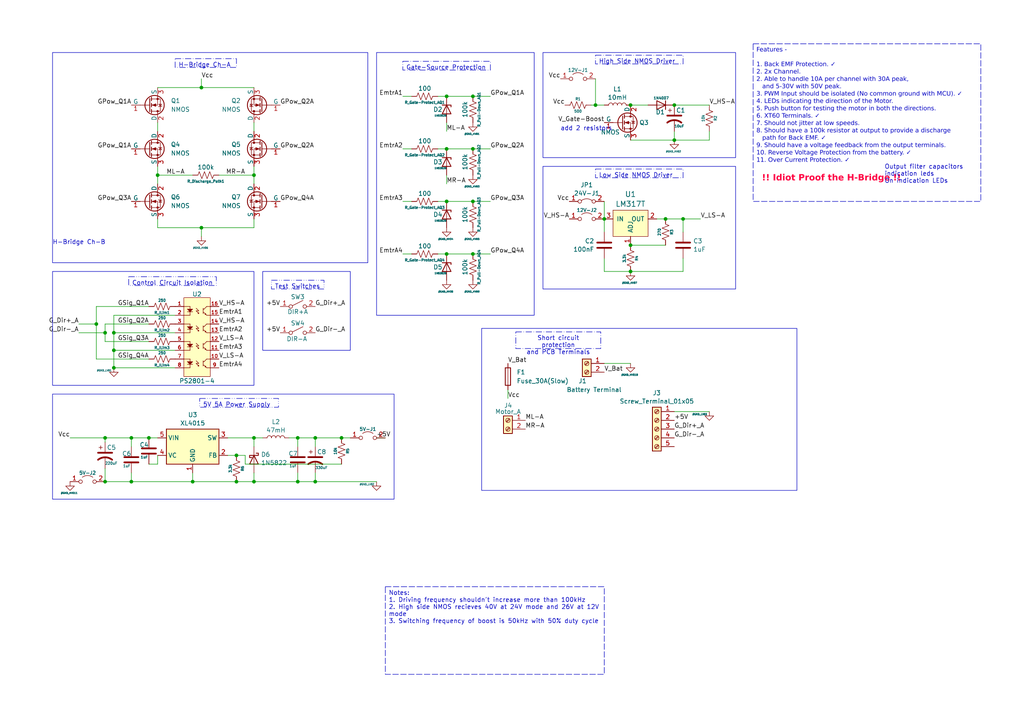
<source format=kicad_sch>
(kicad_sch (version 20230121) (generator eeschema)
  (paper "A4")
  (title_block (title "RM_Motor-Driver") (date "2023-06-29") (rev "V1") (company "RoboManipal"))
  (lib_symbols
    (symbol "Connector:Screw_Terminal_01x02" (pin_names (offset 1.016) hide)
      (property "Reference" "J" (at 0 2.54 0))
      (property "Value" "Screw_Terminal_01x02" (at 0 -5.08 0))
      (symbol "Screw_Terminal_01x02_1_1"
        (rectangle (start -1.27 1.27) (end 1.27 -3.81) (stroke (width 0.254)) (fill (type background)))
        (circle (center 0 -2.54) (radius 0.635) (stroke (width 0.1524)))
        (polyline (pts (xy -0.5334 -2.2098) (xy 0.3302 -3.048)) (stroke (width 0.1524)))
        (polyline (pts (xy -0.5334 0.3302) (xy 0.3302 -0.508)) (stroke (width 0.1524)))
        (polyline (pts (xy -0.3556 -2.032) (xy 0.508 -2.8702)) (stroke (width 0.1524)))
        (polyline (pts (xy -0.3556 0.508) (xy 0.508 -0.3302)) (stroke (width 0.1524)))
        (circle (center 0 0) (radius 0.635) (stroke (width 0.1524)))
        (pin passive line (at -5.08 0 0) (length 3.81) (name "Pin_1") (number "1"))
        (pin passive line (at -5.08 -2.54 0) (length 3.81) (name "Pin_2") (number "2"))
      )
    )
    (symbol "Connector:Screw_Terminal_01x05" (pin_names (offset 1.016) hide)
      (property "Reference" "J" (at 0 7.62 0))
      (property "Value" "Screw_Terminal_01x05" (at 0 -7.62 0))
      (symbol "Screw_Terminal_01x05_1_1"
        (rectangle (start -1.27 6.35) (end 1.27 -6.35) (stroke (width 0.254)) (fill (type background)))
        (circle (center 0 -5.08) (radius 0.635) (stroke (width 0.1524)))
        (circle (center 0 -2.54) (radius 0.635) (stroke (width 0.1524)))
        (polyline (pts (xy -0.5334 -4.7498) (xy 0.3302 -5.588)) (stroke (width 0.1524)))
        (polyline (pts (xy -0.5334 -2.2098) (xy 0.3302 -3.048)) (stroke (width 0.1524)))
        (polyline (pts (xy -0.5334 0.3302) (xy 0.3302 -0.508)) (stroke (width 0.1524)))
        (polyline (pts (xy -0.5334 2.8702) (xy 0.3302 2.032)) (stroke (width 0.1524)))
        (polyline (pts (xy -0.5334 5.4102) (xy 0.3302 4.572)) (stroke (width 0.1524)))
        (polyline (pts (xy -0.3556 -4.572) (xy 0.508 -5.4102)) (stroke (width 0.1524)))
        (polyline (pts (xy -0.3556 -2.032) (xy 0.508 -2.8702)) (stroke (width 0.1524)))
        (polyline (pts (xy -0.3556 0.508) (xy 0.508 -0.3302)) (stroke (width 0.1524)))
        (polyline (pts (xy -0.3556 3.048) (xy 0.508 2.2098)) (stroke (width 0.1524)))
        (polyline (pts (xy -0.3556 5.588) (xy 0.508 4.7498)) (stroke (width 0.1524)))
        (circle (center 0 0) (radius 0.635) (stroke (width 0.1524)))
        (circle (center 0 2.54) (radius 0.635) (stroke (width 0.1524)))
        (circle (center 0 5.08) (radius 0.635) (stroke (width 0.1524)))
        (pin passive line (at -5.08 5.08 0) (length 3.81) (name "Pin_1") (number "1"))
        (pin passive line (at -5.08 2.54 0) (length 3.81) (name "Pin_2") (number "2"))
        (pin passive line (at -5.08 0 0) (length 3.81) (name "Pin_3") (number "3"))
        (pin passive line (at -5.08 -2.54 0) (length 3.81) (name "Pin_4") (number "4"))
        (pin passive line (at -5.08 -5.08 0) (length 3.81) (name "Pin_5") (number "5"))
      )
    )
    (symbol "Device:C" (pin_numbers hide) (pin_names (offset 0.254))
      (property "Reference" "C" (at 0.635 2.54 0))
      (property "Value" "C" (at 0.635 -2.54 0))
      (symbol "C_0_1"
        (polyline (pts (xy -2.032 -0.762) (xy 2.032 -0.762)) (stroke (width 0.508)))
        (polyline (pts (xy -2.032 0.762) (xy 2.032 0.762)) (stroke (width 0.508)))
      )
      (symbol "C_1_1"
        (pin passive line (at 0 3.81 270) (length 2.794) (name "~") (number "1"))
        (pin passive line (at 0 -3.81 90) (length 2.794) (name "~") (number "2"))
      )
    )
    (symbol "Device:C_Polarized_US" (pin_numbers hide) (pin_names (offset 0.254) hide)
      (property "Reference" "C" (at 0.635 2.54 0))
      (property "Value" "C_Polarized_US" (at 0.635 -2.54 0))
      (symbol "C_Polarized_US_0_1"
        (polyline (pts (xy -2.032 0.762) (xy 2.032 0.762)) (stroke (width 0.508)))
        (polyline (pts (xy -1.778 2.286) (xy -0.762 2.286)))
        (polyline (pts (xy -1.27 1.778) (xy -1.27 2.794)))
        (arc (start 2.032 -1.27) (mid 0 -0.5572) (end -2.032 -1.27) (stroke (width 0.508)))
      )
      (symbol "C_Polarized_US_1_1"
        (pin passive line (at 0 3.81 270) (length 2.794) (name "~") (number "1"))
        (pin passive line (at 0 -3.81 90) (length 3.302) (name "~") (number "2"))
      )
    )
    (symbol "Device:D_Zener" (pin_numbers hide) (pin_names (offset 1.016) hide)
      (property "Reference" "D" (at 0 2.54 0))
      (property "Value" "D_Zener" (at 0 -2.54 0))
      (symbol "D_Zener_0_1"
        (polyline (pts (xy 1.27 0) (xy -1.27 0)))
        (polyline (pts (xy -1.27 -1.27) (xy -1.27 1.27) (xy -0.762 1.27)) (stroke (width 0.254)))
        (polyline (pts (xy 1.27 -1.27) (xy 1.27 1.27) (xy -1.27 0) (xy 1.27 -1.27)) (stroke (width 0.254)))
      )
      (symbol "D_Zener_1_1"
        (pin passive line (at -3.81 0 0) (length 2.54) (name "K") (number "1"))
        (pin passive line (at 3.81 0 180) (length 2.54) (name "A") (number "2"))
      )
    )
    (symbol "Device:Fuse" (pin_numbers hide) (pin_names (offset 0))
      (property "Reference" "F" (at 2.032 0 90))
      (property "Value" "Fuse" (at -1.905 0 90))
      (symbol "Fuse_0_1"
        (rectangle (start -0.762 -2.54) (end 0.762 2.54) (stroke (width 0.254)))
        (polyline (pts (xy 0 2.54) (xy 0 -2.54)))
      )
      (symbol "Fuse_1_1"
        (pin passive line (at 0 3.81 270) (length 1.27) (name "~") (number "1"))
        (pin passive line (at 0 -3.81 90) (length 1.27) (name "~") (number "2"))
      )
    )
    (symbol "Device:L" (pin_numbers hide) (pin_names (offset 1.016) hide)
      (property "Reference" "L" (at -1.27 0 90))
      (property "Value" "L" (at 1.905 0 90))
      (symbol "L_0_1"
        (arc (start 0 -2.54) (mid 0.6323 -1.905) (end 0 -1.27))
        (arc (start 0 -1.27) (mid 0.6323 -0.635) (end 0 0))
        (arc (start 0 0) (mid 0.6323 0.635) (end 0 1.27))
        (arc (start 0 1.27) (mid 0.6323 1.905) (end 0 2.54))
      )
      (symbol "L_1_1"
        (pin passive line (at 0 3.81 270) (length 1.27) (name "1") (number "1"))
        (pin passive line (at 0 -3.81 90) (length 1.27) (name "2") (number "2"))
      )
    )
    (symbol "Device:R_US" (pin_numbers hide) (pin_names (offset 0))
      (property "Reference" "R" (at 2.54 0 90))
      (property "Value" "R_US" (at -2.54 0 90))
      (symbol "R_US_0_1"
        (polyline (pts (xy 0 -2.286) (xy 0 -2.54)))
        (polyline (pts (xy 0 2.286) (xy 0 2.54)))
        (polyline (pts (xy 0 -0.762) (xy 1.016 -1.143) (xy 0 -1.524) (xy -1.016 -1.905) (xy 0 -2.286)))
        (polyline (pts (xy 0 0.762) (xy 1.016 0.381) (xy 0 0) (xy -1.016 -0.381) (xy 0 -0.762)))
        (polyline (pts (xy 0 2.286) (xy 1.016 1.905) (xy 0 1.524) (xy -1.016 1.143) (xy 0 0.762)))
      )
      (symbol "R_US_1_1"
        (pin passive line (at 0 3.81 270) (length 1.27) (name "~") (number "1"))
        (pin passive line (at 0 -3.81 90) (length 1.27) (name "~") (number "2"))
      )
    )
    (symbol "Diode:1N4007" (pin_numbers hide) (pin_names hide)
      (property "Reference" "D" (at 0 2.54 0))
      (property "Value" "1N4007" (at 0 -2.54 0))
      (symbol "1N4007_0_1"
        (polyline (pts (xy -1.27 1.27) (xy -1.27 -1.27)) (stroke (width 0.254)))
        (polyline (pts (xy 1.27 0) (xy -1.27 0)))
        (polyline (pts (xy 1.27 1.27) (xy 1.27 -1.27) (xy -1.27 0) (xy 1.27 1.27)) (stroke (width 0.254)))
      )
      (symbol "1N4007_1_1"
        (pin passive line (at -3.81 0 0) (length 2.54) (name "K") (number "1"))
        (pin passive line (at 3.81 0 180) (length 2.54) (name "A") (number "2"))
      )
    )
    (symbol "Diode:1N5822" (pin_numbers hide) (pin_names (offset 1.016) hide)
      (property "Reference" "D" (at 0 2.54 0))
      (property "Value" "1N5822" (at 0 -2.54 0))
      (symbol "1N5822_0_1"
        (polyline (pts (xy 1.27 0) (xy -1.27 0)))
        (polyline (pts (xy 1.27 1.27) (xy 1.27 -1.27) (xy -1.27 0) (xy 1.27 1.27)) (stroke (width 0.254)))
        (polyline (pts (xy -1.905 0.635) (xy -1.905 1.27) (xy -1.27 1.27) (xy -1.27 -1.27) (xy -0.635 -1.27) (xy -0.635 -0.635)) (stroke (width 0.254)))
      )
      (symbol "1N5822_1_1"
        (pin passive line (at -3.81 0 0) (length 2.54) (name "K") (number "1"))
        (pin passive line (at 3.81 0 180) (length 2.54) (name "A") (number "2"))
      )
    )
    (symbol "Jumper:Jumper_2_Bridged" (pin_names (offset 0) hide)
      (property "Reference" "JP" (at 0 1.905 0))
      (property "Value" "Jumper_2_Bridged" (at 0 -2.54 0))
      (symbol "Jumper_2_Bridged_0_0"
        (circle (center -2.032 0) (radius 0.508))
        (circle (center 2.032 0) (radius 0.508))
      )
      (symbol "Jumper_2_Bridged_0_1"
        (arc (start 1.524 0.254) (mid 0 0.762) (end -1.524 0.254))
      )
      (symbol "Jumper_2_Bridged_1_1"
        (pin passive line (at -5.08 0 0) (length 2.54) (name "A") (number "1"))
        (pin passive line (at 5.08 0 180) (length 2.54) (name "B") (number "2"))
      )
    )
    (symbol "Jumper:Jumper_2_Open" (pin_names (offset 0) hide)
      (property "Reference" "JP" (at 0 2.794 0))
      (property "Value" "Jumper_2_Open" (at 0 -2.286 0))
      (symbol "Jumper_2_Open_0_0"
        (circle (center -2.032 0) (radius 0.508))
        (circle (center 2.032 0) (radius 0.508))
      )
      (symbol "Jumper_2_Open_0_1"
        (arc (start 1.524 1.27) (mid 0 1.778) (end -1.524 1.27))
      )
      (symbol "Jumper_2_Open_1_1"
        (pin passive line (at -5.08 0 0) (length 2.54) (name "A") (number "1"))
        (pin passive line (at 5.08 0 180) (length 2.54) (name "B") (number "2"))
      )
    )
    (symbol "Regulator_Switching:XL4015"
      (property "Reference" "U?" (at -6.35 6.35 0))
      (property "Value" "XL4015" (at 6.35 6.35 0))
      (symbol "XL4015_0_1"
        (rectangle (start -7.62 5.08) (end 7.62 -5.08) (stroke (width 0.254)) (fill (type background)))
      )
      (symbol "XL4015_1_1"
        (pin power_in line (at 0 -7.62 90) (length 2.54) (name "GND") (number "1"))
        (pin input line (at 10.16 -2.54 180) (length 2.54) (name "FB") (number "2"))
        (pin power_out line (at 10.16 2.54 180) (length 2.54) (name "SW") (number "3"))
        (pin input line (at -10.16 -2.54 0) (length 2.54) (name "VC") (number "4"))
        (pin power_in line (at -10.16 2.54 0) (length 2.54) (name "VIN") (number "5"))
      )
    )
    (symbol "Switch:SW_SPST" (pin_names (offset 0) hide)
      (property "Reference" "SW" (at 0 3.175 0))
      (property "Value" "SW_SPST" (at 0 -2.54 0))
      (symbol "SW_SPST_0_0"
        (circle (center -2.032 0) (radius 0.508))
        (polyline (pts (xy -1.524 0.254) (xy 1.524 1.778)))
        (circle (center 2.032 0) (radius 0.508))
      )
      (symbol "SW_SPST_1_1"
        (pin passive line (at -5.08 0 0) (length 2.54) (name "A") (number "1"))
        (pin passive line (at 5.08 0 180) (length 2.54) (name "B") (number "2"))
      )
    )
    (symbol "Tesla_Lib:NMOS" (pin_names (offset 0))
      (property "Reference" "Q" (at -2.54 5.08 0))
      (property "Value" "NMOS" (at 1.27 0 0))
      (symbol "NMOS_0_1"
        (circle (center -0.889 0) (radius 2.794) (stroke (width 0.254)))
        (circle (center 0 -1.778) (radius 0.254) (fill (type outline)))
        (polyline (pts (xy -2.286 0) (xy -5.08 0)))
        (polyline (pts (xy -2.286 1.905) (xy -2.286 -1.905)) (stroke (width 0.254)))
        (polyline (pts (xy -1.778 -1.27) (xy -1.778 -2.286)) (stroke (width 0.254)))
        (polyline (pts (xy -1.778 0.508) (xy -1.778 -0.508)) (stroke (width 0.254)))
        (polyline (pts (xy -1.778 2.286) (xy -1.778 1.27)) (stroke (width 0.254)))
        (polyline (pts (xy 0 2.54) (xy 0 1.778)))
        (polyline (pts (xy 0 -2.54) (xy 0 0) (xy -1.778 0)))
        (polyline (pts (xy -1.778 -1.778) (xy 0.762 -1.778) (xy 0.762 1.778) (xy -1.778 1.778)))
        (polyline (pts (xy -1.524 0) (xy -0.508 0.381) (xy -0.508 -0.381) (xy -1.524 0)) (fill (type outline)))
        (polyline (pts (xy 0.254 0.508) (xy 0.381 0.381) (xy 1.143 0.381) (xy 1.27 0.254)))
        (polyline (pts (xy 0.762 0.381) (xy 0.381 -0.254) (xy 1.143 -0.254) (xy 0.762 0.381)))
        (circle (center 0 1.778) (radius 0.254) (fill (type outline)))
      )
      (symbol "NMOS_1_1"
        (pin input line (at -7.62 0 0) (length 2.54) (name "G") (number "1"))
        (pin passive line (at 0 5.08 270) (length 2.54) (name "D") (number "2"))
        (pin passive line (at 0 -5.08 90) (length 2.54) (name "S") (number "3"))
      )
    )
    (symbol "Tesla_Lib:PS2801-4" (pin_names hide)
      (property "Reference" "U" (at 0 13.97 0))
      (property "Value" "PS2801-4" (at 0 -11.43 0))
      (symbol "PS2801-4_1_0"
        (polyline (pts (xy -3.81 -5.08) (xy -2.032 -5.08)))
        (polyline (pts (xy -3.81 0) (xy -2.032 0)))
        (polyline (pts (xy -3.81 5.08) (xy -2.032 5.08)))
        (polyline (pts (xy -3.81 10.16) (xy -2.032 10.16)))
        (polyline (pts (xy -2.032 -7.62) (xy -3.81 -7.62)))
        (polyline (pts (xy -2.032 -6.604) (xy -2.794 -6.604)))
        (polyline (pts (xy -2.032 -6.604) (xy -2.032 -7.62)))
        (polyline (pts (xy -2.032 -5.08) (xy -2.032 -5.842)))
        (polyline (pts (xy -2.032 -2.54) (xy -3.81 -2.54)))
        (polyline (pts (xy -2.032 -1.524) (xy -2.794 -1.524)))
        (polyline (pts (xy -2.032 -1.524) (xy -2.032 -2.54)))
        (polyline (pts (xy -2.032 0) (xy -2.032 -0.762)))
        (polyline (pts (xy -2.032 2.54) (xy -3.81 2.54)))
        (polyline (pts (xy -2.032 3.556) (xy -2.794 3.556)))
        (polyline (pts (xy -2.032 3.556) (xy -2.032 2.54)))
        (polyline (pts (xy -2.032 5.08) (xy -2.032 4.318)))
        (polyline (pts (xy -2.032 7.62) (xy -3.81 7.62)))
        (polyline (pts (xy -2.032 8.636) (xy -2.794 8.636)))
        (polyline (pts (xy -2.032 8.636) (xy -2.032 7.62)))
        (polyline (pts (xy -2.032 10.16) (xy -2.032 9.398)))
        (polyline (pts (xy -1.27 -6.604) (xy -2.032 -6.604)))
        (polyline (pts (xy -1.27 -1.524) (xy -2.032 -1.524)))
        (polyline (pts (xy -1.27 3.556) (xy -2.032 3.556)))
        (polyline (pts (xy -1.27 8.636) (xy -2.032 8.636)))
        (polyline (pts (xy -0.254 -6.35) (xy 0.508 -7.112)))
        (polyline (pts (xy -0.254 -5.588) (xy 0.508 -6.35)))
        (polyline (pts (xy -0.254 -1.27) (xy 0.508 -2.032)))
        (polyline (pts (xy -0.254 -0.508) (xy 0.508 -1.27)))
        (polyline (pts (xy -0.254 3.81) (xy 0.508 3.048)))
        (polyline (pts (xy -0.254 4.572) (xy 0.508 3.81)))
        (polyline (pts (xy -0.254 8.89) (xy 0.508 8.128)))
        (polyline (pts (xy -0.254 9.652) (xy 0.508 8.89)))
        (polyline (pts (xy 0.508 -6.35) (xy -0.254 -6.35)))
        (polyline (pts (xy 0.508 -1.27) (xy -0.254 -1.27)))
        (polyline (pts (xy 0.508 3.81) (xy -0.254 3.81)))
        (polyline (pts (xy 0.508 8.89) (xy -0.254 8.89)))
        (polyline (pts (xy 1.778 -6.858) (xy 1.778 -7.112)))
        (polyline (pts (xy 1.778 -6.858) (xy 2.032 -6.858)))
        (polyline (pts (xy 1.778 -5.842) (xy 1.778 -6.858)))
        (polyline (pts (xy 1.778 -5.842) (xy 2.032 -5.842)))
        (polyline (pts (xy 1.778 -5.588) (xy 1.778 -5.842)))
        (polyline (pts (xy 1.778 -1.778) (xy 1.778 -2.032)))
        (polyline (pts (xy 1.778 -1.778) (xy 2.032 -1.778)))
        (polyline (pts (xy 1.778 -0.762) (xy 1.778 -1.778)))
        (polyline (pts (xy 1.778 -0.762) (xy 2.032 -0.762)))
        (polyline (pts (xy 1.778 -0.508) (xy 1.778 -0.762)))
        (polyline (pts (xy 1.778 3.302) (xy 1.778 3.048)))
        (polyline (pts (xy 1.778 3.302) (xy 2.032 3.302)))
        (polyline (pts (xy 1.778 4.318) (xy 1.778 3.302)))
        (polyline (pts (xy 1.778 4.318) (xy 2.032 4.318)))
        (polyline (pts (xy 1.778 4.572) (xy 1.778 4.318)))
        (polyline (pts (xy 1.778 8.382) (xy 1.778 8.128)))
        (polyline (pts (xy 1.778 8.382) (xy 2.032 8.382)))
        (polyline (pts (xy 1.778 9.398) (xy 1.778 8.382)))
        (polyline (pts (xy 1.778 9.398) (xy 2.032 9.398)))
        (polyline (pts (xy 1.778 9.652) (xy 1.778 9.398)))
        (polyline (pts (xy 2.032 -6.858) (xy 2.54 -7.366)))
        (polyline (pts (xy 2.032 -5.842) (xy 2.794 -5.08)))
        (polyline (pts (xy 2.032 -1.778) (xy 2.54 -2.286)))
        (polyline (pts (xy 2.032 -0.762) (xy 2.794 0)))
        (polyline (pts (xy 2.032 3.302) (xy 2.54 2.794)))
        (polyline (pts (xy 2.032 4.318) (xy 2.794 5.08)))
        (polyline (pts (xy 2.032 8.382) (xy 2.54 7.874)))
        (polyline (pts (xy 2.032 9.398) (xy 2.794 10.16)))
        (polyline (pts (xy 2.54 -7.366) (xy 2.794 -7.62)))
        (polyline (pts (xy 2.54 -2.286) (xy 2.794 -2.54)))
        (polyline (pts (xy 2.54 2.794) (xy 2.794 2.54)))
        (polyline (pts (xy 2.54 7.874) (xy 2.794 7.62)))
        (polyline (pts (xy 2.794 -7.62) (xy 3.81 -7.62)))
        (polyline (pts (xy 2.794 -5.08) (xy 3.81 -5.08)))
        (polyline (pts (xy 2.794 -2.54) (xy 3.81 -2.54)))
        (polyline (pts (xy 2.794 0) (xy 3.81 0)))
        (polyline (pts (xy 2.794 2.54) (xy 3.81 2.54)))
        (polyline (pts (xy 2.794 5.08) (xy 3.81 5.08)))
        (polyline (pts (xy 2.794 7.62) (xy 3.81 7.62)))
        (polyline (pts (xy 2.794 10.16) (xy 3.81 10.16)))
      )
      (symbol "PS2801-4_1_1"
        (polyline (pts (xy 0.508 -7.112) (xy 0.508 -6.858) (xy 0.254 -7.112) (xy 0.508 -7.112)) (fill (type background)))
        (polyline (pts (xy 0.508 -2.032) (xy 0.508 -1.778) (xy 0.254 -2.032) (xy 0.508 -2.032)) (fill (type background)))
        (polyline (pts (xy 0.508 3.048) (xy 0.508 3.302) (xy 0.254 3.048) (xy 0.508 3.048)) (fill (type background)))
        (polyline (pts (xy 0.508 8.128) (xy 0.508 8.382) (xy 0.254 8.128) (xy 0.508 8.128)) (fill (type background)))
        (polyline (pts (xy 2.54 -7.366) (xy 2.54 -7.112) (xy 2.286 -7.366) (xy 2.54 -7.366)) (fill (type background)))
        (polyline (pts (xy 2.54 -2.286) (xy 2.54 -2.032) (xy 2.286 -2.286) (xy 2.54 -2.286)) (fill (type background)))
        (polyline (pts (xy 2.54 2.794) (xy 2.54 3.048) (xy 2.286 2.794) (xy 2.54 2.794)) (fill (type background)))
        (polyline (pts (xy 2.54 7.874) (xy 2.54 8.128) (xy 2.286 7.874) (xy 2.54 7.874)) (fill (type background)))
        (polyline (pts (xy -2.794 -5.842) (xy -1.27 -5.842) (xy -1.27 -5.842) (xy -2.032 -6.604) (xy -2.032 -6.604) (xy -2.794 -5.842)) (fill (type outline)))
        (polyline (pts (xy -2.794 -0.762) (xy -1.27 -0.762) (xy -1.27 -0.762) (xy -2.032 -1.524) (xy -2.032 -1.524) (xy -2.794 -0.762)) (fill (type outline)))
        (polyline (pts (xy -2.794 4.318) (xy -1.27 4.318) (xy -1.27 4.318) (xy -2.032 3.556) (xy -2.032 3.556) (xy -2.794 4.318)) (fill (type outline)))
        (polyline (pts (xy -2.794 9.398) (xy -1.27 9.398) (xy -1.27 9.398) (xy -2.032 8.636) (xy -2.032 8.636) (xy -2.794 9.398)) (fill (type outline)))
        (polyline (pts (xy -3.81 12.7) (xy 3.81 12.7) (xy 3.81 8.89) (xy 3.81 6.35) (xy 3.81 3.81) (xy 3.81 1.27) (xy 3.81 -10.16) (xy -3.81 -10.16) (xy -3.81 1.27) (xy -3.81 3.81) (xy -3.81 6.35) (xy -3.81 8.89) (xy -3.81 12.7)) (fill (type background)))
        (pin bidirectional line (at -6.35 10.16 0) (length 2.54) (name "A1") (number "1"))
        (pin bidirectional line (at 6.35 -5.08 180) (length 2.54) (name "CL4") (number "10"))
        (pin bidirectional line (at 6.35 -2.54 180) (length 2.54) (name "EM3") (number "11"))
        (pin bidirectional line (at 6.35 0 180) (length 2.54) (name "CL3") (number "12"))
        (pin bidirectional line (at 6.35 2.54 180) (length 2.54) (name "EM2") (number "13"))
        (pin bidirectional line (at 6.35 5.08 180) (length 2.54) (name "CL2") (number "14"))
        (pin bidirectional line (at 6.35 7.62 180) (length 2.54) (name "EM1") (number "15"))
        (pin bidirectional line (at 6.35 10.16 180) (length 2.54) (name "CL1") (number "16"))
        (pin bidirectional line (at -6.35 7.62 0) (length 2.54) (name "C1") (number "2"))
        (pin bidirectional line (at -6.35 5.08 0) (length 2.54) (name "A2") (number "3"))
        (pin bidirectional line (at -6.35 2.54 0) (length 2.54) (name "C2") (number "4"))
        (pin bidirectional line (at -6.35 0 0) (length 2.54) (name "A3") (number "5"))
        (pin bidirectional line (at -6.35 -2.54 0) (length 2.54) (name "C3") (number "6"))
        (pin bidirectional line (at -6.35 -5.08 0) (length 2.54) (name "A4") (number "7"))
        (pin bidirectional line (at -6.35 -7.62 0) (length 2.54) (name "C4") (number "8"))
        (pin bidirectional line (at 6.35 -7.62 180) (length 2.54) (name "EM4") (number "9"))
      )
    )
    (symbol "dk_PMIC-Voltage-Regulators-Linear:LM317T" (pin_names (offset 1.016))
      (property "Reference" "U" (at 0 3.81 0))
      (property "Value" "LM317T" (at 0 6.35 0))
      (symbol "LM317T_0_1"
        (rectangle (start -5.08 2.54) (end 5.08 -5.08) (fill (type background)))
      )
      (symbol "LM317T_1_1"
        (pin input line (at 0 -7.62 90) (length 2.54) (name "ADJ") (number "1"))
        (pin power_out line (at 7.62 0 180) (length 2.54) (name "OUT") (number "2"))
        (pin power_in line (at -7.62 0 0) (length 2.54) (name "IN") (number "3"))
      )
    )
    (symbol "power:GND" (power) (pin_names (offset 0))
      (property "Value" "GND" (at 0 -3.81 0))
      (symbol "GND_0_1"
        (polyline (pts (xy 0 0) (xy 0 -1.27) (xy 1.27 -1.27) (xy 0 -2.54) (xy -1.27 -1.27) (xy 0 -1.27)))
      )
      (symbol "GND_1_1"
        (pin power_in line (at 0 0 270) (length 0) hide (name "GND") (number "1"))
      )
    )
    (symbol "power:GND2" (power) (pin_names (offset 0))
      (property "Value" "GND2" (at 0 -3.81 0))
      (symbol "GND2_0_1"
        (polyline (pts (xy 0 0) (xy 0 -1.27) (xy 1.27 -1.27) (xy 0 -2.54) (xy -1.27 -1.27) (xy 0 -1.27)))
      )
      (symbol "GND2_1_1"
        (pin power_in line (at 0 0 270) (length 0) hide (name "GND2") (number "1"))
      )
    )
  )
  (junction (at 55.88 139.7))
  (junction (at 86.36 127))
  (junction (at 137.16 58.42))
  (junction (at 175.26 63.5))
  (junction (at 129.54 43.18))
  (junction (at 38.1 139.7))
  (junction (at 129.54 58.42))
  (junction (at 33.02 101.6))
  (junction (at 43.18 127))
  (junction (at 68.58 139.7))
  (junction (at 33.02 96.52))
  (junction (at 58.42 66.04))
  (junction (at 30.48 96.52))
  (junction (at 182.88 71.12))
  (junction (at 68.58 132.08))
  (junction (at 73.66 127))
  (junction (at 99.06 127))
  (junction (at 137.16 73.66))
  (junction (at 172.72 30.48))
  (junction (at 195.58 30.48))
  (junction (at 45.72 50.8))
  (junction (at 182.88 78.74))
  (junction (at 91.44 139.7))
  (junction (at 182.88 30.48))
  (junction (at 198.12 63.5))
  (junction (at 38.1 127))
  (junction (at 58.42 25.4))
  (junction (at 73.66 50.8))
  (junction (at 193.04 63.5))
  (junction (at 91.44 127))
  (junction (at 73.66 139.7))
  (junction (at 195.58 40.64))
  (junction (at 30.48 127))
  (junction (at 129.54 27.94))
  (junction (at 33.02 106.68))
  (junction (at 137.16 27.94))
  (junction (at 30.48 139.7))
  (junction (at 86.36 139.7))
  (junction (at 27.94 93.98))
  (junction (at 137.16 43.18))
  (junction (at 129.54 73.66))
  (wire (pts (xy 38.1 139.7) (xy 55.88 139.7)))
  (wire (pts (xy 73.66 137.16) (xy 73.66 139.7)))
  (wire (pts (xy 27.94 88.9) (xy 27.94 93.98)))
  (wire (pts (xy 172.72 22.86) (xy 172.72 30.48)))
  (wire (pts (xy 147.32 113.03) (xy 147.32 115.57)))
  (wire (pts (xy 137.16 73.66) (xy 142.24 73.66)))
  (wire (pts (xy 58.42 25.4) (xy 73.66 25.4)))
  (wire (pts (xy 33.02 101.6) (xy 33.02 106.68)))
  (wire (pts (xy 193.04 63.5) (xy 190.5 63.5)))
  (wire (pts (xy 129.54 43.18) (xy 137.16 43.18)))
  (wire (pts (xy 195.58 40.64) (xy 195.58 38.1)))
  (wire (pts (xy 30.48 127) (xy 38.1 127)))
  (wire (pts (xy 33.02 91.44) (xy 33.02 96.52)))
  (wire (pts (xy 116.84 43.18) (xy 119.38 43.18)))
  (wire (pts (xy 175.26 67.31) (xy 175.26 63.5)))
  (wire (pts (xy 175.26 78.74) (xy 175.26 74.93)))
  (wire (pts (xy 91.44 127) (xy 99.06 127)))
  (wire (pts (xy 55.88 137.16) (xy 55.88 139.7)))
  (wire (pts (xy 68.58 139.7) (xy 73.66 139.7)))
  (wire (pts (xy 38.1 127) (xy 43.18 127)))
  (wire (pts (xy 171.45 30.48) (xy 172.72 30.48)))
  (wire (pts (xy 129.54 35.56) (xy 129.54 38.1)))
  (wire (pts (xy 22.86 93.98) (xy 27.94 93.98)))
  (wire (pts (xy 33.02 96.52) (xy 33.02 101.6)))
  (wire (pts (xy 182.88 71.12) (xy 193.04 71.12)))
  (wire (pts (xy 58.42 66.04) (xy 58.42 68.58)))
  (wire (pts (xy 116.84 58.42) (xy 119.38 58.42)))
  (wire (pts (xy 33.02 106.68) (xy 50.8 106.68)))
  (wire (pts (xy 30.48 127) (xy 30.48 128.27)))
  (wire (pts (xy 203.2 63.5) (xy 198.12 63.5)))
  (wire (pts (xy 33.02 91.44) (xy 50.8 91.44)))
  (wire (pts (xy 195.58 40.64) (xy 205.74 40.64)))
  (wire (pts (xy 45.72 25.4) (xy 58.42 25.4)))
  (wire (pts (xy 175.26 105.41) (xy 182.88 105.41)))
  (wire (pts (xy 22.86 96.52) (xy 30.48 96.52)))
  (wire (pts (xy 175.26 78.74) (xy 182.88 78.74)))
  (wire (pts (xy 129.54 58.42) (xy 137.16 58.42)))
  (wire (pts (xy 20.32 127) (xy 30.48 127)))
  (wire (pts (xy 45.72 50.8) (xy 55.88 50.8)))
  (wire (pts (xy 33.02 96.52) (xy 50.8 96.52)))
  (wire (pts (xy 55.88 139.7) (xy 68.58 139.7)))
  (wire (pts (xy 30.48 139.7) (xy 38.1 139.7)))
  (wire (pts (xy 205.74 40.64) (xy 205.74 38.1)))
  (wire (pts (xy 30.48 96.52) (xy 30.48 93.98)))
  (wire (pts (xy 86.36 129.54) (xy 86.36 127)))
  (wire (pts (xy 58.42 66.04) (xy 73.66 66.04)))
  (wire (pts (xy 27.94 93.98) (xy 27.94 104.14)))
  (wire (pts (xy 129.54 73.66) (xy 137.16 73.66)))
  (wire (pts (xy 73.66 35.56) (xy 73.66 38.1)))
  (wire (pts (xy 86.36 137.16) (xy 86.36 139.7)))
  (wire (pts (xy 38.1 137.16) (xy 38.1 139.7)))
  (wire (pts (xy 86.36 127) (xy 91.44 127)))
  (wire (pts (xy 129.54 27.94) (xy 137.16 27.94)))
  (wire (pts (xy 71.12 134.62) (xy 99.06 134.62)))
  (wire (pts (xy 137.16 43.18) (xy 142.24 43.18)))
  (wire (pts (xy 116.84 27.94) (xy 119.38 27.94)))
  (wire (pts (xy 71.12 132.08) (xy 71.12 134.62)))
  (wire (pts (xy 127 27.94) (xy 129.54 27.94)))
  (wire (pts (xy 30.48 135.89) (xy 30.48 139.7)))
  (wire (pts (xy 27.94 104.14) (xy 43.18 104.14)))
  (wire (pts (xy 63.5 50.8) (xy 73.66 50.8)))
  (wire (pts (xy 127 58.42) (xy 129.54 58.42)))
  (wire (pts (xy 30.48 99.06) (xy 30.48 96.52)))
  (wire (pts (xy 127 43.18) (xy 129.54 43.18)))
  (wire (pts (xy 66.04 127) (xy 73.66 127)))
  (wire (pts (xy 137.16 27.94) (xy 142.24 27.94)))
  (wire (pts (xy 76.2 127) (xy 73.66 127)))
  (wire (pts (xy 45.72 50.8) (xy 45.72 53.34)))
  (wire (pts (xy 129.54 50.8) (xy 129.54 53.34)))
  (wire (pts (xy 43.18 88.9) (xy 27.94 88.9)))
  (wire (pts (xy 198.12 78.74) (xy 198.12 74.93)))
  (wire (pts (xy 45.72 48.26) (xy 45.72 50.8)))
  (wire (pts (xy 86.36 127) (xy 83.82 127)))
  (wire (pts (xy 38.1 129.54) (xy 38.1 127)))
  (wire (pts (xy 45.72 35.56) (xy 45.72 38.1)))
  (wire (pts (xy 73.66 48.26) (xy 73.66 50.8)))
  (wire (pts (xy 45.72 132.08) (xy 45.72 134.62)))
  (wire (pts (xy 101.6 127) (xy 99.06 127)))
  (wire (pts (xy 91.44 137.16) (xy 91.44 139.7)))
  (wire (pts (xy 198.12 63.5) (xy 193.04 63.5)))
  (wire (pts (xy 45.72 66.04) (xy 58.42 66.04)))
  (wire (pts (xy 182.88 30.48) (xy 187.96 30.48)))
  (wire (pts (xy 43.18 127) (xy 45.72 127)))
  (wire (pts (xy 195.58 119.38) (xy 205.74 119.38)))
  (wire (pts (xy 111.76 127) (xy 109.22 127)))
  (wire (pts (xy 137.16 58.42) (xy 142.24 58.42)))
  (wire (pts (xy 68.58 132.08) (xy 66.04 132.08)))
  (wire (pts (xy 86.36 139.7) (xy 91.44 139.7)))
  (wire (pts (xy 43.18 134.62) (xy 45.72 134.62)))
  (wire (pts (xy 73.66 63.5) (xy 73.66 66.04)))
  (wire (pts (xy 182.88 40.64) (xy 195.58 40.64)))
  (wire (pts (xy 45.72 63.5) (xy 45.72 66.04)))
  (wire (pts (xy 73.66 50.8) (xy 73.66 53.34)))
  (wire (pts (xy 127 73.66) (xy 129.54 73.66)))
  (wire (pts (xy 68.58 132.08) (xy 71.12 132.08)))
  (wire (pts (xy 195.58 30.48) (xy 205.74 30.48)))
  (wire (pts (xy 116.84 73.66) (xy 119.38 73.66)))
  (wire (pts (xy 109.22 139.7) (xy 91.44 139.7)))
  (wire (pts (xy 73.66 129.54) (xy 73.66 127)))
  (wire (pts (xy 198.12 78.74) (xy 182.88 78.74)))
  (wire (pts (xy 43.18 99.06) (xy 30.48 99.06)))
  (wire (pts (xy 91.44 129.54) (xy 91.44 127)))
  (wire (pts (xy 33.02 101.6) (xy 50.8 101.6)))
  (wire (pts (xy 73.66 139.7) (xy 86.36 139.7)))
  (wire (pts (xy 30.48 93.98) (xy 43.18 93.98)))
  (wire (pts (xy 172.72 30.48) (xy 175.26 30.48)))
  (wire (pts (xy 198.12 67.31) (xy 198.12 63.5)))
  (wire (pts (xy 58.42 22.86) (xy 58.42 25.4)))
  (wire (pts (xy 175.26 58.42) (xy 175.26 63.5)))
  (rectangle (start 15.24 78.74) (end 73.66 111.76))
  (rectangle (start 139.7 95.25) (end 231.14 142.24))
  (rectangle (start 109.22 15.24) (end 154.94 91.44))
  (rectangle (start 76.2 78.74) (end 101.6 101.6))
  (rectangle (start 157.48 48.26) (end 213.36 83.82))
  (rectangle (start 157.48 15.24) (end 213.36 45.72))
  (rectangle (start 15.24 15.24) (end 106.68 76.2))
  (rectangle (start 15.24 114.3) (end 114.3 144.78))
  (text_box "High Side NMOS Driver" (at 172.72 16.002 0) (size 25.4 2.54) (stroke (width 0) (type dash_dot)) (effects (font (size 1.27 1.27)) (justify left top)))
  (text_box "Notes:\n1. Driving frequency shouldn't increase more than 100kHz\n2. High side NMOS recieves 40V at 24V mode and 26V at 12V mode\n3. Switching frequency of boost is 50kHz with 50% duty cycle\n" (at 111.76 170.18 0) (size 63.5 25.4) (stroke (width 0) (type dash)) (effects (font (size 1.27 1.27)) (justify left top)))
  (text_box "Low Side NMOS Driver" (at 172.72 49.022 0) (size 25.4 2.54) (stroke (width 0) (type dash_dot)) (effects (font (size 1.27 1.27)) (justify left top)))
  (text_box "Features - \n\n1. Back EMF Protection. ✓\n2. 2x Channel.\n2. Able to handle 10A per channel with 30A peak,\n   and 5-30V with 50V peak.\n3. PWM Input should be isolated (No common ground with MCU). ✓\n4. LEDs indicating the direction of the Motor.\n5. Push button for testing the motor in both the directions.\n6. XT60 Terminals. ✓\n7. Should not jitter at low speeds.\n8. Should have a 100k resistor at output to provide a discharge\n   path for Back EMF. ✓\n9. Should have a voltage feedback from the output terminals.\n10. Reverse Voltage Protection from the battery. ✓\n11. Over Current Protection. ✓\n\n" (at 218.44 12.7 0) (size 66.04 45.72) (stroke (width 0) (type dash)) (effects (font (size 1.27 1.27)) (justify left top)))
  (text_box "Short circuit protection\nand PCB Terminals" (at 149.606 96.266 0) (size 24.638 4.826) (stroke (width 0) (type dash_dot)) (effects (font (size 1.27 1.27)) (justify top)))
  (text_box "5V 5A Power Supply" (at 57.912 115.57 0) (size 22.86 2.54) (stroke (width 0) (type dash_dot_dot)) (effects (font (size 1.27 1.27)) (justify left top)))
  (text_box "Control Circuit Isolation" (at 37.338 80.264 0) (size 25.4 2.54) (stroke (width 0) (type dash_dot_dot)) (effects (font (size 1.27 1.27)) (justify left top)))
  (text_box "Gate-Source Protection" (at 116.84 17.78 0) (size 25.4 2.54) (stroke (width 0) (type dash_dot)) (effects (font (size 1.27 1.27)) (justify left top)))
  (text_box "Test Switches" (at 78.74 81.28 0) (size 15.24 2.54) (stroke (width 0) (type dash_dot_dot)) (effects (font (size 1.27 1.27)) (justify left top)))
  (text_box "H-Bridge Ch-A\n" (at 50.8 17.018 0) (size 17.78 2.54) (stroke (width 0) (type dash_dot)) (effects (font (size 1.27 1.27)) (justify left top)))
  (text "add 2 resistors" (at 162.56 38.1 0) (effects (font (size 1.27 1.27)) (justify left bottom)))
  (text "Output filter capacitors \nindication leds\nOn indication LEDs\n" (at 256.54 53.34 0) (effects (font (size 1.27 1.27)) (justify left bottom)))
  (text "!! Idiot Proof the H-Bridge !!" (at 220.98 53.34 0) (effects (font (size 1.8 1.8) (thickness 0.36) bold) (justify left bottom)))
  (text "H-Bridge Ch-B\n" (at 15.24 71.12 0) (effects (font (size 1.27 1.27)) (justify left bottom)))
  (label "G_Dir+_A" (at 91.44 88.9 0))
  (label "V_HS-A" (at 63.5 93.98 0))
  (label "EmtrA1" (at 116.84 27.94 180))
  (label "EmtrA1" (at 63.5 91.44 0))
  (label "G_Dir-_A" (at 91.44 96.52 0))
  (label "V_HS-A" (at 165.1 63.5 180))
  (label "ML-A" (at 129.54 38.1 0))
  (label "Vcc" (at 165.1 58.42 180))
  (label "GSig_Q1A" (at 43.18 88.9 180))
  (label "V_LS-A" (at 203.2 63.5 0))
  (label "Vcc" (at 147.32 115.57 0))
  (label "GPow_Q1A" (at 142.24 27.94 0))
  (label "Vcc" (at 58.42 22.86 0))
  (label "V_LS-A" (at 63.5 104.14 0))
  (label "EmtrA3" (at 63.5 101.6 0))
  (label "GPow_Q3A" (at 142.24 58.42 0))
  (label "GPow_Q4A" (at 142.24 73.66 0))
  (label "GPow_Q1A" (at 38.1 43.18 180))
  (label "GPow_Q2A" (at 142.24 43.18 0))
  (label "Vcc" (at 163.83 30.48 180))
  (label "V_LS-A" (at 63.5 99.06 0))
  (label "G_Dir-_A" (at 22.86 96.52 180))
  (label "+5V" (at 81.28 96.52 180))
  (label "Vcc" (at 20.32 127 180))
  (label "G_Dir+_A" (at 22.86 93.98 180))
  (label "V_Bat" (at 175.26 107.95 0))
  (label "MR-A" (at 129.54 53.34 0))
  (label "GPow_Q3A" (at 38.1 58.42 180))
  (label "V_Gate-Boost" (at 175.26 35.56 180))
  (label "Vcc" (at 162.56 22.86 180))
  (label "GSig_Q3A" (at 43.18 99.06 180))
  (label "EmtrA4" (at 116.84 73.66 180))
  (label "MR-A" (at 71.12 50.8 180))
  (label "GPow_Q4A" (at 81.28 58.42 0))
  (label "GPow_Q2A" (at 81.28 30.48 0))
  (label "V_HS-A" (at 63.5 88.9 0))
  (label "V_HS-A" (at 205.74 30.48 0))
  (label "G_Dir-_A" (at 195.58 127 0))
  (label "+5V" (at 81.28 88.9 180))
  (label "EmtrA3" (at 116.84 58.42 180))
  (label "GPow_Q1A" (at 38.1 30.48 180))
  (label "GSig_Q4A" (at 43.18 104.14 180))
  (label "ML-A" (at 152.4 121.92 0))
  (label "ML-A" (at 48.26 50.8 0))
  (label "V_Bat" (at 147.32 105.41 0))
  (label "+5V" (at 195.58 121.92 0))
  (label "EmtrA4" (at 63.5 106.68 0))
  (label "GPow_Q2A" (at 81.28 43.18 0))
  (label "GSig_Q2A" (at 43.18 93.98 180))
  (label "EmtrA2" (at 63.5 96.52 0))
  (label "+5V" (at 109.22 127 0))
  (label "MR-A" (at 152.4 124.46 0))
  (label "EmtrA2" (at 116.84 43.18 180))
  (label "G_Dir+_A" (at 195.58 124.46 0))
  (symbol (lib_id "power:GND") (at 182.88 78.74 0) (unit 1)
    (property "Reference" "#GND_HV07" (at 182.626 82.042 0) (effects (font (size 0.5 0.5))))
    (property "Value" "GND" (effects hide))
  )
  (symbol (lib_id "Device:R_US") (at 46.99 88.9 90) (unit 1)
    (property "Reference" "R_ILim1" (at 46.99 90.678 90) (effects (font (size 0.75 0.75))))
    (property "Value" "250" (at 46.99 87.122 90) (effects (font (size 0.75 0.75))))
    (property "Footprint" "Resistor_THT:R_Axial_DIN0204_L3.6mm_D1.6mm_P5.08mm_Horizontal" (effects hide))
  )
  (symbol (lib_id "Connector:Screw_Terminal_01x05") (at 190.5 124.46 0) (mirror y) (unit 1)
    (property "Reference" "J3" (at 190.5 113.9657 0))
    (property "Value" "Screw_Terminal_01x05" (at 190.5 116.3899 0))
  )
  (symbol (lib_id "power:GND2") (at 205.74 119.38 0) (unit 1)
    (property "Reference" "#GND_LV03" (at 202.946 120.142 0) (effects (font (size 0.5 0.5))))
    (property "Value" "GND2" (effects hide))
  )
  (symbol (lib_id "Device:R_US") (at 167.64 30.48 270) (unit 1)
    (property "Reference" "R1" (at 167.64 28.702 90) (effects (font (size 0.75 0.75))))
    (property "Value" "500" (at 167.64 32.258 90) (effects (font (size 0.75 0.75))))
    (property "Footprint" "Resistor_THT:R_Axial_DIN0204_L3.6mm_D1.6mm_P5.08mm_Horizontal" (effects hide))
  )
  (symbol (lib_id "Tesla_Lib:NMOS") (at 73.66 30.48 180) (unit 1)
    (property "Reference" "Q2" (at 69.8315 29.21 0) (effects (justify left)))
    (property "Value" "NMOS" (at 69.8315 31.75 0) (effects (justify left)))
    (property "Footprint" "Package_TO_SOT_THT:TO-220-3_Vertical" (effects hide))
  )
  (symbol (lib_id "Tesla_Lib:NMOS") (at 182.88 35.56 0) (unit 1)
    (property "Reference" "Q3" (at 185.42 35.56 0) (effects (justify left)))
    (property "Value" "NMOS" (at 174.244 38.354 0) (effects (justify left)))
    (property "Footprint" "Package_TO_SOT_THT:TO-220-3_Vertical" (effects hide))
  )
  (symbol (lib_id "Device:R_US") (at 205.74 34.29 180) (unit 1)
    (property "Reference" "R2" (at 207.518 34.29 90) (effects (font (size 0.75 0.75))))
    (property "Value" "10k" (at 203.962 34.29 90) (effects (font (size 0.75 0.75))))
    (property "Footprint" "Resistor_THT:R_Axial_DIN0204_L3.6mm_D1.6mm_P5.08mm_Horizontal" (effects hide))
  )
  (symbol (lib_id "power:GND") (at 137.16 35.56 0) (unit 1)
    (property "Reference" "#GND_HV01" (at 136.906 38.862 0) (effects (font (size 0.5 0.5))))
    (property "Value" "GND" (effects hide))
  )
  (symbol (lib_id "Device:D_Zener") (at 129.54 46.99 270) (unit 1)
    (property "Reference" "D3" (at 127 46.99 90))
    (property "Value" "1N5352B" (at 127.762 48.768 90) (effects (font (size 0.5 0.5))))
    (property "Footprint" "Diode_THT:D_DO-41_SOD81_P10.16mm_Horizontal" (effects hide))
  )
  (symbol (lib_id "Tesla_Lib:NMOS") (at 73.66 58.42 0) (mirror y) (unit 1)
    (property "Reference" "Q7" (at 69.85 57.15 0) (effects (justify left)))
    (property "Value" "NMOS" (at 69.85 59.69 0) (effects (justify left)))
    (property "Footprint" "Package_TO_SOT_THT:TO-220-3_Vertical" (effects hide))
  )
  (symbol (lib_id "Regulator_Switching:XL4015") (at 55.88 129.54 0) (unit 1)
    (property "Reference" "U3" (at 55.88 120.3157 0))
    (property "Value" "XL4015" (at 55.88 122.7399 0))
    (property "Footprint" "Package_TO_SOT_SMD:TO-263-5_TabPin3" (effects hide))
    (property "Datasheet" "http://www.xlsemi.net/datasheet/XL4015%20datasheet-English.pdf" (effects hide))
  )
  (symbol (lib_id "Device:C") (at 86.36 133.35 0) (mirror y) (unit 1)
    (property "Reference" "C7" (at 86.36 131.572 0) (effects (justify left)))
    (property "Value" "1uF" (at 86.106 135.128 0) (effects (font (size 0.75 0.75)) (justify left)))
    (property "Footprint" "Capacitor_THT:C_Disc_D9.0mm_W5.0mm_P5.00mm" (effects hide))
  )
  (symbol (lib_id "Device:Fuse") (at 147.32 109.22 0) (unit 1)
    (property "Reference" "F1" (at 149.86 107.95 0) (effects (justify left)))
    (property "Value" "Fuse_30A(Slow)" (at 149.86 110.49 0) (effects (justify left)))
    (property "Footprint" "Fuse:Fuseholder_Cylinder-5x20mm_Schurter_0031_8201_Horizontal_Open" (effects hide))
  )
  (symbol (lib_id "Device:R_US") (at 137.16 31.75 180) (unit 1)
    (property "Reference" "R_Pull-Down_AQ1" (at 138.938 31.75 90) (effects (font (size 0.75 0.75))))
    (property "Value" "100k" (at 134.874 31.75 90))
    (property "Footprint" "Resistor_THT:R_Axial_DIN0204_L3.6mm_D1.6mm_P5.08mm_Horizontal" (effects hide))
  )
  (symbol (lib_id "Device:C") (at 43.18 130.81 0) (mirror y) (unit 1)
    (property "Reference" "C4" (at 43.18 129.032 0) (effects (justify left)))
    (property "Value" "1uF" (at 42.926 132.588 0) (effects (font (size 0.75 0.75)) (justify left)))
    (property "Footprint" "Capacitor_THT:C_Disc_D9.0mm_W5.0mm_P5.00mm" (effects hide))
  )
  (symbol (lib_id "Device:R_US") (at 123.19 27.94 90) (unit 1)
    (property "Reference" "R_Gate-Protect_AQ1" (at 123.19 29.718 90) (effects (font (size 0.75 0.75))))
    (property "Value" "100" (at 123.19 25.654 90))
    (property "Footprint" "Resistor_THT:R_Axial_DIN0204_L3.6mm_D1.6mm_P5.08mm_Horizontal" (effects hide))
  )
  (symbol (lib_id "Connector:Screw_Terminal_01x02") (at 170.18 105.41 0) (mirror y) (unit 1)
    (property "Reference" "J1" (at 170.18 110.49 0) (effects (justify left)))
    (property "Value" "Battery Terminal" (at 180.34 113.03 0) (effects (justify left)))
    (property "Footprint" "Connector_AMASS:AMASS_XT60-F_1x02_P7.20mm_Vertical" (effects hide))
  )
  (symbol (lib_id "Switch:SW_SPST") (at 86.36 88.9 0) (unit 1)
    (property "Reference" "SW3" (at 86.36 86.106 0))
    (property "Value" "DIR+A" (at 86.36 90.424 0))
  )
  (symbol (lib_id "Device:L") (at 80.01 127 90) (unit 1)
    (property "Reference" "L2" (at 80.01 122.3504 90))
    (property "Value" "47mH" (at 80.01 124.7746 90))
    (property "Footprint" "Inductor_THT:L_Toroid_Vertical_L22.4mm_W10.2mm_P7.90mm_Vishay_TJ4" (effects hide))
  )
  (symbol (lib_id "Device:L") (at 179.07 30.48 90) (unit 1)
    (property "Reference" "L1" (at 179.07 25.8304 90))
    (property "Value" "10mH" (at 179.07 28.2546 90))
    (property "Footprint" "Inductor_THT:L_Axial_L5.3mm_D2.2mm_P7.62mm_Horizontal_Vishay_IM-1" (effects hide))
  )
  (symbol (lib_id "Device:C") (at 38.1 133.35 0) (mirror y) (unit 1)
    (property "Reference" "C6" (at 38.1 131.572 0) (effects (justify left)))
    (property "Value" "1uF" (at 37.846 135.128 0) (effects (font (size 0.75 0.75)) (justify left)))
    (property "Footprint" "Capacitor_THT:C_Disc_D9.0mm_W5.0mm_P5.00mm" (effects hide))
  )
  (symbol (lib_id "Device:R_US") (at 123.19 43.18 90) (unit 1)
    (property "Reference" "R_Gate-Protect_AQ2" (at 123.19 44.958 90) (effects (font (size 0.75 0.75))))
    (property "Value" "100" (at 123.19 40.894 90))
    (property "Footprint" "Resistor_THT:R_Axial_DIN0204_L3.6mm_D1.6mm_P5.08mm_Horizontal" (effects hide))
  )
  (symbol (lib_id "Tesla_Lib:NMOS") (at 73.66 43.18 0) (mirror y) (unit 1)
    (property "Reference" "Q5" (at 69.85 41.91 0) (effects (justify left)))
    (property "Value" "NMOS" (at 69.85 44.45 0) (effects (justify left)))
    (property "Footprint" "Package_TO_SOT_THT:TO-220-3_Vertical" (effects hide))
  )
  (symbol (lib_id "Tesla_Lib:NMOS") (at 45.72 58.42 0) (unit 1)
    (property "Reference" "Q6" (at 49.53 57.15 0) (effects (justify left)))
    (property "Value" "NMOS" (at 49.53 59.69 0) (effects (justify left)))
    (property "Footprint" "Package_TO_SOT_THT:TO-220-3_Vertical" (effects hide))
  )
  (symbol (lib_id "power:GND") (at 129.54 66.04 0) (unit 1)
    (property "Reference" "#GND_HV04" (at 129.286 69.342 0) (effects (font (size 0.5 0.5))))
    (property "Value" "GND" (effects hide))
  )
  (symbol (lib_id "power:GND2") (at 33.02 106.68 0) (unit 1)
    (property "Reference" "#GND_LV01" (at 30.226 107.442 0) (effects (font (size 0.5 0.5))))
    (property "Value" "GND2" (effects hide))
  )
  (symbol (lib_id "Switch:SW_SPST") (at 86.36 96.52 0) (unit 1)
    (property "Reference" "SW4" (at 86.36 93.726 0))
    (property "Value" "DIR-A" (at 86.106 98.298 0))
  )
  (symbol (lib_id "Tesla_Lib:NMOS") (at 45.72 30.48 0) (mirror x) (unit 1)
    (property "Reference" "Q1" (at 49.5485 29.21 0) (effects (justify left)))
    (property "Value" "NMOS" (at 49.5485 31.75 0) (effects (justify left)))
    (property "Footprint" "Package_TO_SOT_THT:TO-220-3_Vertical" (effects hide))
  )
  (symbol (lib_id "Diode:1N5822") (at 73.66 133.35 270) (unit 1)
    (property "Reference" "D6" (at 75.692 131.8204 90) (effects (justify left)))
    (property "Value" "1N5822" (at 75.692 134.2446 90) (effects (justify left)))
    (property "Footprint" "Diode_THT:D_DO-201AD_P15.24mm_Horizontal" (effects hide))
    (property "Datasheet" "http://www.vishay.com/docs/88526/1n5820.pdf" (effects hide))
  )
  (symbol (lib_id "Device:C_Polarized_US") (at 195.58 34.29 0) (unit 1)
    (property "Reference" "C1" (at 196.088 32.004 0) (effects (justify left)))
    (property "Value" "10uF" (at 195.58 36.576 0) (effects (font (size 0.75 0.75)) (justify left)))
    (property "Footprint" "Capacitor_THT:CP_Radial_D5.0mm_P2.50mm" (effects hide))
  )
  (symbol (lib_id "power:GND") (at 129.54 81.28 0) (unit 1)
    (property "Reference" "#GND_HV08" (at 129.286 84.582 0) (effects (font (size 0.5 0.5))))
    (property "Value" "GND" (effects hide))
  )
  (symbol (lib_id "Device:R_US") (at 99.06 130.81 180) (unit 1)
    (property "Reference" "R5" (at 100.838 130.81 90) (effects (font (size 0.75 0.75))))
    (property "Value" "10k" (at 97.282 130.81 90) (effects (font (size 0.75 0.75))))
    (property "Footprint" "Resistor_THT:R_Axial_DIN0204_L3.6mm_D1.6mm_P5.08mm_Horizontal" (effects hide))
  )
  (symbol (lib_id "power:GND") (at 20.32 139.7 0) (unit 1)
    (property "Reference" "#GND_HV011" (at 20.066 143.002 0) (effects (font (size 0.5 0.5))))
    (property "Value" "GND" (effects hide))
  )
  (symbol (lib_id "Device:R_US") (at 46.99 99.06 90) (unit 1)
    (property "Reference" "R_ILim3" (at 46.99 100.838 90) (effects (font (size 0.75 0.75))))
    (property "Value" "250" (at 46.99 97.282 90) (effects (font (size 0.75 0.75))))
    (property "Footprint" "Resistor_THT:R_Axial_DIN0204_L3.6mm_D1.6mm_P5.08mm_Horizontal" (effects hide))
  )
  (symbol (lib_id "Tesla_Lib:NMOS") (at 45.72 43.18 0) (unit 1)
    (property "Reference" "Q4" (at 49.53 41.91 0) (effects (justify left)))
    (property "Value" "NMOS" (at 49.53 44.45 0) (effects (justify left)))
    (property "Footprint" "Package_TO_SOT_THT:TO-220-3_Vertical" (effects hide))
  )
  (symbol (lib_id "Device:R_US") (at 46.99 93.98 90) (unit 1)
    (property "Reference" "R_ILim2" (at 46.99 95.758 90) (effects (font (size 0.75 0.75))))
    (property "Value" "250" (at 46.99 92.202 90) (effects (font (size 0.75 0.75))))
    (property "Footprint" "Resistor_THT:R_Axial_DIN0204_L3.6mm_D1.6mm_P5.08mm_Horizontal" (effects hide))
  )
  (symbol (lib_id "Jumper:Jumper_2_Open") (at 170.18 63.5 0) (unit 1)
    (property "Reference" "12V-J2" (at 170.18 60.96 0) (effects (font (size 1 1))))
    (property "Value" "J-12V" (effects hide))
    (property "Footprint" "Connector_PinHeader_2.54mm:PinHeader_1x02_P2.54mm_Vertical" (effects hide))
  )
  (symbol (lib_id "Jumper:Jumper_2_Bridged") (at 170.18 58.42 0) (unit 1)
    (property "Reference" "JP1" (at 170.18 53.6407 0))
    (property "Value" "24V-J1" (at 170.18 56.0649 0))
    (property "Footprint" "Connector_PinHeader_2.54mm:PinHeader_1x02_P2.54mm_Vertical" (effects hide))
  )
  (symbol (lib_id "Diode:1N4007") (at 191.77 30.48 180) (unit 1)
    (property "Reference" "D1" (at 191.516 32.512 0))
    (property "Value" "1N4007" (at 191.77 28.448 0) (effects (font (size 0.75 0.75))))
    (property "Footprint" "Diode_THT:D_DO-41_SOD81_P10.16mm_Horizontal" (effects hide))
    (property "Datasheet" "http://www.vishay.com/docs/88503/1n4001.pdf" (effects hide))
    (property "Sim.Device" "D" (effects hide))
    (property "Sim.Pins" "1=K 2=A" (effects hide))
  )
  (symbol (lib_id "Device:R_US") (at 193.04 67.31 180) (unit 1)
    (property "Reference" "R3" (at 194.818 67.31 90) (effects (font (size 0.75 0.75))))
    (property "Value" "270" (at 191.262 67.31 90) (effects (font (size 0.75 0.75))))
    (property "Footprint" "Resistor_THT:R_Axial_DIN0204_L3.6mm_D1.6mm_P5.08mm_Horizontal" (effects hide))
  )
  (symbol (lib_id "dk_PMIC-Voltage-Regulators-Linear:LM317T") (at 182.88 63.5 0) (unit 1)
    (property "Reference" "U1" (at 182.88 56.3298 0) (effects (font (size 1.524 1.524))))
    (property "Value" "LM317T" (at 182.88 59.1626 0) (effects (font (size 1.524 1.524))))
    (property "Footprint" "Package_TO_SOT_THT:TO-220F-3_Vertical" (effects hide))
    (property "Datasheet" "http://www.st.com/content/ccc/resource/technical/document/datasheet/group1/a0/db/e6/9b/6f/9c/45/7b/CD00000455/files/CD00000455.pdf/jcr:content/translations/en.CD00000455.pdf" (effects hide))
    (property "Digi-Key_PN" "497-1575-5-ND" (effects hide))
    (property "MPN" "LM317T" (effects hide))
    (property "Category" "Integrated Circuits (ICs)" (effects hide))
    (property "Family" "PMIC - Voltage Regulators - Linear" (effects hide))
    (property "DK_Datasheet_Link" "http://www.st.com/content/ccc/resource/technical/document/datasheet/group1/a0/db/e6/9b/6f/9c/45/7b/CD00000455/files/CD00000455.pdf/jcr:content/translations/en.CD00000455.pdf" (effects hide))
    (property "DK_Detail_Page" "/product-detail/en/stmicroelectronics/LM317T/497-1575-5-ND/591677" (effects hide))
    (property "Description" "IC REG LIN POS ADJ 1.5A TO220AB" (effects hide))
    (property "Manufacturer" "STMicroelectronics" (effects hide))
    (property "Status" "Active" (effects hide))
  )
  (symbol (lib_id "Jumper:Jumper_2_Open") (at 167.64 22.86 0) (unit 1)
    (property "Reference" "12V-J1" (at 167.64 20.32 0) (effects (font (size 1 1))))
    (property "Value" "J-12V" (effects hide))
    (property "Footprint" "Connector_PinHeader_2.54mm:PinHeader_1x02_P2.54mm_Vertical" (effects hide))
  )
  (symbol (lib_id "Device:C_Polarized_US") (at 91.44 133.35 0) (unit 1)
    (property "Reference" "C8" (at 91.948 131.064 0) (effects (justify left)))
    (property "Value" "330uF" (at 91.44 135.636 0) (effects (font (size 0.75 0.75)) (justify left)))
    (property "Footprint" "Capacitor_THT:CP_Radial_D5.0mm_P2.50mm" (effects hide))
  )
  (symbol (lib_id "power:GND") (at 137.16 81.28 0) (unit 1)
    (property "Reference" "#GND_HV09" (at 136.906 84.582 0) (effects (font (size 0.5 0.5))))
    (property "Value" "GND" (effects hide))
  )
  (symbol (lib_id "Device:R_US") (at 137.16 62.23 180) (unit 1)
    (property "Reference" "R_Pull-Down_AQ3" (at 138.938 62.23 90) (effects (font (size 0.75 0.75))))
    (property "Value" "100k" (at 134.874 62.23 90))
    (property "Footprint" "Resistor_THT:R_Axial_DIN0204_L3.6mm_D1.6mm_P5.08mm_Horizontal" (effects hide))
  )
  (symbol (lib_id "Device:R_US") (at 182.88 74.93 180) (unit 1)
    (property "Reference" "R4" (at 184.658 74.93 90) (effects (font (size 0.75 0.75))))
    (property "Value" "3.3k" (at 181.102 74.93 90) (effects (font (size 0.75 0.75))))
    (property "Footprint" "Resistor_THT:R_Axial_DIN0204_L3.6mm_D1.6mm_P5.08mm_Horizontal" (effects hide))
  )
  (symbol (lib_id "Device:R_US") (at 123.19 58.42 90) (unit 1)
    (property "Reference" "R_Gate-Protect_AQ3" (at 123.19 60.198 90) (effects (font (size 0.75 0.75))))
    (property "Value" "100" (at 123.19 56.134 90))
    (property "Footprint" "Resistor_THT:R_Axial_DIN0204_L3.6mm_D1.6mm_P5.08mm_Horizontal" (effects hide))
  )
  (symbol (lib_id "Device:D_Zener") (at 129.54 77.47 270) (unit 1)
    (property "Reference" "D5" (at 127 77.47 90))
    (property "Value" "1N5352B" (at 127.762 79.248 90) (effects (font (size 0.5 0.5))))
    (property "Footprint" "Diode_THT:D_DO-41_SOD81_P10.16mm_Horizontal" (effects hide))
  )
  (symbol (lib_id "power:GND") (at 182.88 105.41 0) (unit 1)
    (property "Reference" "#GND_HV010" (at 182.626 108.712 0) (effects (font (size 0.5 0.5))))
    (property "Value" "GND" (effects hide))
  )
  (symbol (lib_id "power:GND") (at 195.58 40.64 0) (unit 1)
    (property "Reference" "#GND_HV02" (at 195.326 43.942 0) (effects (font (size 0.5 0.5))))
    (property "Value" "GND" (effects hide))
  )
  (symbol (lib_id "Device:R_US") (at 46.99 104.14 90) (unit 1)
    (property "Reference" "R_ILim4" (at 46.99 105.918 90) (effects (font (size 0.75 0.75))))
    (property "Value" "250" (at 46.99 102.362 90) (effects (font (size 0.75 0.75))))
    (property "Footprint" "Resistor_THT:R_Axial_DIN0204_L3.6mm_D1.6mm_P5.08mm_Horizontal" (effects hide))
  )
  (symbol (lib_id "Device:R_US") (at 137.16 77.47 180) (unit 1)
    (property "Reference" "R_Pull-Down_AQ4" (at 138.938 77.47 90) (effects (font (size 0.75 0.75))))
    (property "Value" "100k" (at 134.874 77.47 90))
    (property "Footprint" "Resistor_THT:R_Axial_DIN0204_L3.6mm_D1.6mm_P5.08mm_Horizontal" (effects hide))
  )
  (symbol (lib_id "Device:C_Polarized_US") (at 30.48 132.08 0) (unit 1)
    (property "Reference" "C5" (at 30.988 129.794 0) (effects (justify left)))
    (property "Value" "220uF" (at 30.48 134.366 0) (effects (font (size 0.75 0.75)) (justify left)))
    (property "Footprint" "Capacitor_THT:CP_Radial_D5.0mm_P2.50mm" (effects hide))
  )
  (symbol (lib_id "Jumper:Jumper_2_Open") (at 106.68 127 0) (unit 1)
    (property "Reference" "5V-J1" (at 106.68 124.46 0) (effects (font (size 1 1))))
    (property "Value" "J-12V" (effects hide))
    (property "Footprint" "Connector_PinHeader_2.54mm:PinHeader_1x02_P2.54mm_Vertical" (effects hide))
  )
  (symbol (lib_id "power:GND") (at 137.16 66.04 0) (unit 1)
    (property "Reference" "#GND_HV05" (at 136.906 69.342 0) (effects (font (size 0.5 0.5))))
    (property "Value" "GND" (effects hide))
  )
  (symbol (lib_id "Jumper:Jumper_2_Open") (at 25.4 139.7 0) (unit 1)
    (property "Reference" "5V-J2" (at 25.4 137.16 0) (effects (font (size 1 1))))
    (property "Value" "J-12V" (effects hide))
    (property "Footprint" "Connector_PinHeader_2.54mm:PinHeader_1x02_P2.54mm_Vertical" (effects hide))
  )
  (symbol (lib_id "Tesla_Lib:PS2801-4") (at 57.15 99.06 0) (unit 1)
    (property "Reference" "U2" (at 57.15 85.344 0))
    (property "Value" "PS2801-4" (at 57.15 110.49 0))
    (property "Footprint" "Package_DIP:DIP-16_W7.62mm" (effects hide))
  )
  (symbol (lib_id "power:GND") (at 137.16 50.8 0) (unit 1)
    (property "Reference" "#GND_HV03" (at 136.906 54.102 0) (effects (font (size 0.5 0.5))))
    (property "Value" "GND" (effects hide))
  )
  (symbol (lib_id "Device:R_US") (at 123.19 73.66 90) (unit 1)
    (property "Reference" "R_Gate-Protect_AQ4" (at 123.19 75.438 90) (effects (font (size 0.75 0.75))))
    (property "Value" "100" (at 123.19 71.374 90))
    (property "Footprint" "Resistor_THT:R_Axial_DIN0204_L3.6mm_D1.6mm_P5.08mm_Horizontal" (effects hide))
  )
  (symbol (lib_id "power:GND2") (at 109.22 139.7 0) (unit 1)
    (property "Reference" "#GND_LV02" (at 106.426 140.462 0) (effects (font (size 0.5 0.5))))
    (property "Value" "GND2" (effects hide))
  )
  (symbol (lib_id "Device:R_US") (at 59.69 50.8 90) (unit 1)
    (property "Reference" "R_Discharge_Path1" (at 59.69 52.578 90) (effects (font (size 0.75 0.75))))
    (property "Value" "100k" (at 59.69 48.514 90))
    (property "Footprint" "Resistor_THT:R_Axial_DIN0204_L3.6mm_D1.6mm_P5.08mm_Horizontal" (effects hide))
  )
  (symbol (lib_id "Device:C") (at 175.26 71.12 0) (mirror y) (unit 1)
    (property "Reference" "C2" (at 172.339 69.9079 0) (effects (justify left)))
    (property "Value" "100nF" (at 172.339 72.3321 0) (effects (justify left)))
    (property "Footprint" "Capacitor_THT:C_Disc_D9.0mm_W5.0mm_P5.00mm" (effects hide))
  )
  (symbol (lib_id "Device:C") (at 198.12 71.12 0) (unit 1)
    (property "Reference" "C3" (at 201.041 69.9079 0) (effects (justify left)))
    (property "Value" "1uF" (at 201.041 72.3321 0) (effects (justify left)))
    (property "Footprint" "Capacitor_THT:C_Disc_D9.0mm_W5.0mm_P5.00mm" (effects hide))
  )
  (symbol (lib_id "Device:R_US") (at 137.16 46.99 180) (unit 1)
    (property "Reference" "R_Pull-Down_AQ2" (at 138.938 46.99 90) (effects (font (size 0.75 0.75))))
    (property "Value" "100k" (at 134.874 46.99 90))
    (property "Footprint" "Resistor_THT:R_Axial_DIN0204_L3.6mm_D1.6mm_P5.08mm_Horizontal" (effects hide))
  )
  (symbol (lib_id "Device:R_US") (at 68.58 135.89 180) (unit 1)
    (property "Reference" "R6" (at 70.358 135.89 90) (effects (font (size 0.75 0.75))))
    (property "Value" "3.3k" (at 66.802 135.89 90) (effects (font (size 0.75 0.75))))
    (property "Footprint" "Resistor_THT:R_Axial_DIN0204_L3.6mm_D1.6mm_P5.08mm_Horizontal" (effects hide))
  )
  (symbol (lib_id "power:GND") (at 58.42 68.58 0) (unit 1)
    (property "Reference" "#GND_HV06" (at 58.166 71.882 0) (effects (font (size 0.5 0.5))))
    (property "Value" "GND" (effects hide))
  )
  (symbol (lib_id "Connector:Screw_Terminal_01x02") (at 147.32 121.92 0) (mirror y) (unit 1)
    (property "Reference" "J4" (at 148.59 117.602 0) (effects (justify left)))
    (property "Value" "Motor_A" (at 151.13 119.38 0) (effects (justify left)))
    (property "Footprint" "Connector_AMASS:AMASS_XT60-F_1x02_P7.20mm_Vertical" (effects hide))
  )
  (symbol (lib_id "Device:D_Zener") (at 129.54 62.23 270) (unit 1)
    (property "Reference" "D4" (at 127 62.23 90))
    (property "Value" "1N5352B" (at 127.762 64.008 90) (effects (font (size 0.5 0.5))))
    (property "Footprint" "Diode_THT:D_DO-41_SOD81_P10.16mm_Horizontal" (effects hide))
  )
  (symbol (lib_id "Device:D_Zener") (at 129.54 31.75 270) (unit 1)
    (property "Reference" "D2" (at 127 31.75 90))
    (property "Value" "1N5352B" (at 127.762 33.528 90) (effects (font (size 0.5 0.5))))
    (property "Footprint" "Diode_THT:D_DO-41_SOD81_P10.16mm_Horizontal" (effects hide))
  )
)
</source>
